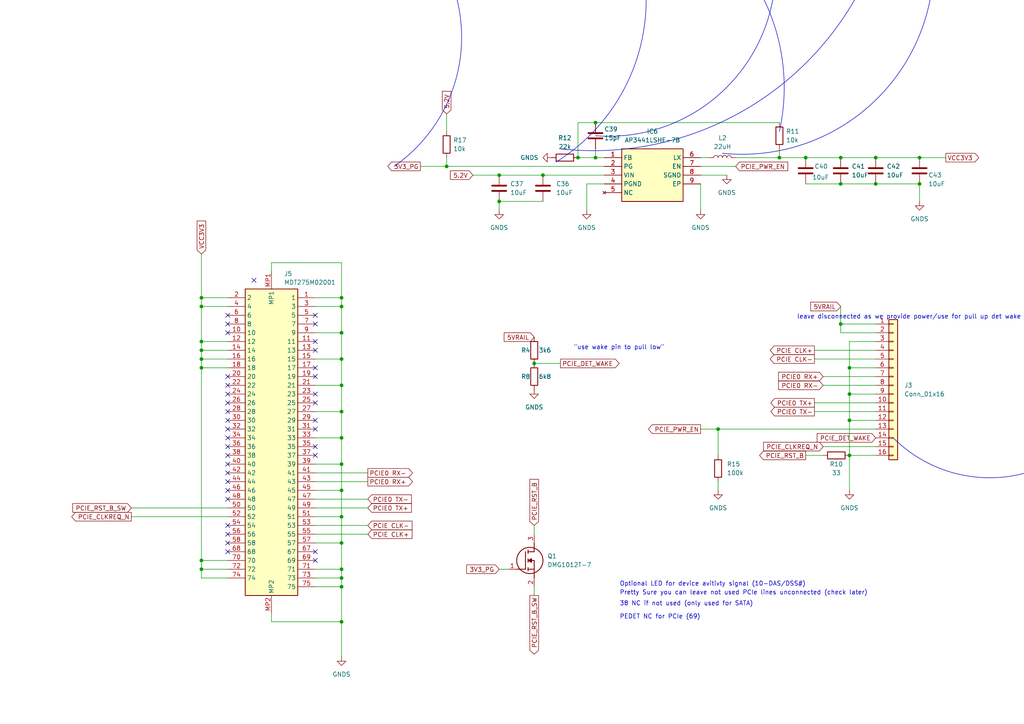
<source format=kicad_sch>
(kicad_sch (version 20230121) (generator eeschema)
  (paper "A4")
  (lib_symbols
    (symbol "Connector:MDT275M02001"
      (property "Reference" "J" (at 95.25 12.7 0))
      (property "Value" "MDT275M02001" (at 95.25 10.16 0))
      (symbol "MDT275M02001_1_1"
        (rectangle (start 5.08 7.62) (end 93.98 -7.62) (stroke (width 0.254)) (fill (type background)))
        (pin passive line (at 7.62 12.7 270) (length 5.08) (name "1") (number "1"))
        (pin passive line (at 17.78 -12.7 90) (length 5.08) (name "10") (number "10"))
        (pin passive line (at 20.32 12.7 270) (length 5.08) (name "11") (number "11"))
        (pin passive line (at 20.32 -12.7 90) (length 5.08) (name "12") (number "12"))
        (pin passive line (at 22.86 12.7 270) (length 5.08) (name "13") (number "13"))
        (pin passive line (at 22.86 -12.7 90) (length 5.08) (name "14") (number "14"))
        (pin passive line (at 25.4 12.7 270) (length 5.08) (name "15") (number "15"))
        (pin passive line (at 25.4 -12.7 90) (length 5.08) (name "16") (number "16"))
        (pin passive line (at 27.94 12.7 270) (length 5.08) (name "17") (number "17"))
        (pin passive line (at 27.94 -12.7 90) (length 5.08) (name "18") (number "18"))
        (pin passive line (at 30.48 12.7 270) (length 5.08) (name "19") (number "19"))
        (pin passive line (at 7.62 -12.7 90) (length 5.08) (name "2") (number "2"))
        (pin passive line (at 30.48 -12.7 90) (length 5.08) (name "20") (number "20"))
        (pin passive line (at 33.02 12.7 270) (length 5.08) (name "21") (number "21"))
        (pin passive line (at 33.02 -12.7 90) (length 5.08) (name "22") (number "22"))
        (pin passive line (at 35.56 12.7 270) (length 5.08) (name "23") (number "23"))
        (pin passive line (at 35.56 -12.7 90) (length 5.08) (name "24") (number "24"))
        (pin passive line (at 38.1 12.7 270) (length 5.08) (name "25") (number "25"))
        (pin passive line (at 38.1 -12.7 90) (length 5.08) (name "26") (number "26"))
        (pin passive line (at 40.64 12.7 270) (length 5.08) (name "27") (number "27"))
        (pin passive line (at 40.64 -12.7 90) (length 5.08) (name "28") (number "28"))
        (pin passive line (at 43.18 12.7 270) (length 5.08) (name "29") (number "29"))
        (pin passive line (at 10.16 12.7 270) (length 5.08) (name "3") (number "3"))
        (pin passive line (at 43.18 -12.7 90) (length 5.08) (name "30") (number "30"))
        (pin passive line (at 45.72 12.7 270) (length 5.08) (name "31") (number "31"))
        (pin passive line (at 45.72 -12.7 90) (length 5.08) (name "32") (number "32"))
        (pin passive line (at 48.26 12.7 270) (length 5.08) (name "33") (number "33"))
        (pin passive line (at 48.26 -12.7 90) (length 5.08) (name "34") (number "34"))
        (pin passive line (at 50.8 12.7 270) (length 5.08) (name "35") (number "35"))
        (pin passive line (at 50.8 -12.7 90) (length 5.08) (name "36") (number "36"))
        (pin passive line (at 53.34 12.7 270) (length 5.08) (name "37") (number "37"))
        (pin passive line (at 53.34 -12.7 90) (length 5.08) (name "38") (number "38"))
        (pin passive line (at 55.88 12.7 270) (length 5.08) (name "39") (number "39"))
        (pin passive line (at 10.16 -12.7 90) (length 5.08) (name "4") (number "4"))
        (pin passive line (at 55.88 -12.7 90) (length 5.08) (name "40") (number "40"))
        (pin passive line (at 58.42 12.7 270) (length 5.08) (name "41") (number "41"))
        (pin passive line (at 58.42 -12.7 90) (length 5.08) (name "42") (number "42"))
        (pin passive line (at 60.96 12.7 270) (length 5.08) (name "43") (number "43"))
        (pin passive line (at 60.96 -12.7 90) (length 5.08) (name "44") (number "44"))
        (pin passive line (at 63.5 12.7 270) (length 5.08) (name "45") (number "45"))
        (pin passive line (at 63.5 -12.7 90) (length 5.08) (name "46") (number "46"))
        (pin passive line (at 66.04 12.7 270) (length 5.08) (name "47") (number "47"))
        (pin passive line (at 66.04 -12.7 90) (length 5.08) (name "48") (number "48"))
        (pin passive line (at 68.58 12.7 270) (length 5.08) (name "49") (number "49"))
        (pin passive line (at 12.7 12.7 270) (length 5.08) (name "5") (number "5"))
        (pin passive line (at 68.58 -12.7 90) (length 5.08) (name "50") (number "50"))
        (pin passive line (at 71.12 12.7 270) (length 5.08) (name "51") (number "51"))
        (pin passive line (at 71.12 -12.7 90) (length 5.08) (name "52") (number "52"))
        (pin passive line (at 73.66 12.7 270) (length 5.08) (name "53") (number "53"))
        (pin passive line (at 73.66 -12.7 90) (length 5.08) (name "54") (number "54"))
        (pin passive line (at 76.2 12.7 270) (length 5.08) (name "55") (number "55"))
        (pin passive line (at 76.2 -12.7 90) (length 5.08) (name "56") (number "56"))
        (pin passive line (at 78.74 12.7 270) (length 5.08) (name "57") (number "57"))
        (pin passive line (at 78.74 -12.7 90) (length 5.08) (name "58") (number "58"))
        (pin passive line (at 12.7 -12.7 90) (length 5.08) (name "6") (number "6"))
        (pin passive line (at 81.28 12.7 270) (length 5.08) (name "67") (number "67"))
        (pin passive line (at 81.28 -12.7 90) (length 5.08) (name "68") (number "68"))
        (pin passive line (at 83.82 12.7 270) (length 5.08) (name "69") (number "69"))
        (pin passive line (at 15.24 12.7 270) (length 5.08) (name "7") (number "7"))
        (pin passive line (at 83.82 -12.7 90) (length 5.08) (name "70") (number "70"))
        (pin passive line (at 86.36 12.7 270) (length 5.08) (name "71") (number "71"))
        (pin passive line (at 86.36 -12.7 90) (length 5.08) (name "72") (number "72"))
        (pin passive line (at 88.9 12.7 270) (length 5.08) (name "73") (number "73"))
        (pin passive line (at 88.9 -12.7 90) (length 5.08) (name "74") (number "74"))
        (pin passive line (at 91.44 12.7 270) (length 5.08) (name "75") (number "75"))
        (pin passive line (at 15.24 -12.7 90) (length 5.08) (name "8") (number "8"))
        (pin passive line (at 17.78 12.7 270) (length 5.08) (name "9") (number "9"))
        (pin passive line (at 0 0 0) (length 5.08) (name "MP1") (number "MP1"))
        (pin passive line (at 99.06 0 180) (length 5.08) (name "MP2") (number "MP2"))
      )
    )
    (symbol "Connector_Generic:Conn_01x16" (pin_names (offset 1.016) hide)
      (property "Reference" "J" (at 0 20.32 0))
      (property "Value" "Conn_01x16" (at 0 -22.86 0))
      (symbol "Conn_01x16_1_1"
        (rectangle (start -1.27 -20.193) (end 0 -20.447) (stroke (width 0.1524)))
        (rectangle (start -1.27 -17.653) (end 0 -17.907) (stroke (width 0.1524)))
        (rectangle (start -1.27 -15.113) (end 0 -15.367) (stroke (width 0.1524)))
        (rectangle (start -1.27 -12.573) (end 0 -12.827) (stroke (width 0.1524)))
        (rectangle (start -1.27 -10.033) (end 0 -10.287) (stroke (width 0.1524)))
        (rectangle (start -1.27 -7.493) (end 0 -7.747) (stroke (width 0.1524)))
        (rectangle (start -1.27 -4.953) (end 0 -5.207) (stroke (width 0.1524)))
        (rectangle (start -1.27 -2.413) (end 0 -2.667) (stroke (width 0.1524)))
        (rectangle (start -1.27 0.127) (end 0 -0.127) (stroke (width 0.1524)))
        (rectangle (start -1.27 2.667) (end 0 2.413) (stroke (width 0.1524)))
        (rectangle (start -1.27 5.207) (end 0 4.953) (stroke (width 0.1524)))
        (rectangle (start -1.27 7.747) (end 0 7.493) (stroke (width 0.1524)))
        (rectangle (start -1.27 10.287) (end 0 10.033) (stroke (width 0.1524)))
        (rectangle (start -1.27 12.827) (end 0 12.573) (stroke (width 0.1524)))
        (rectangle (start -1.27 15.367) (end 0 15.113) (stroke (width 0.1524)))
        (rectangle (start -1.27 17.907) (end 0 17.653) (stroke (width 0.1524)))
        (rectangle (start -1.27 19.05) (end 1.27 -21.59) (stroke (width 0.254)) (fill (type background)))
        (pin passive line (at -5.08 17.78 0) (length 3.81) (name "Pin_1") (number "1"))
        (pin passive line (at -5.08 -5.08 0) (length 3.81) (name "Pin_10") (number "10"))
        (pin passive line (at -5.08 -7.62 0) (length 3.81) (name "Pin_11") (number "11"))
        (pin passive line (at -5.08 -10.16 0) (length 3.81) (name "Pin_12") (number "12"))
        (pin passive line (at -5.08 -12.7 0) (length 3.81) (name "Pin_13") (number "13"))
        (pin passive line (at -5.08 -15.24 0) (length 3.81) (name "Pin_14") (number "14"))
        (pin passive line (at -5.08 -17.78 0) (length 3.81) (name "Pin_15") (number "15"))
        (pin passive line (at -5.08 -20.32 0) (length 3.81) (name "Pin_16") (number "16"))
        (pin passive line (at -5.08 15.24 0) (length 3.81) (name "Pin_2") (number "2"))
        (pin passive line (at -5.08 12.7 0) (length 3.81) (name "Pin_3") (number "3"))
        (pin passive line (at -5.08 10.16 0) (length 3.81) (name "Pin_4") (number "4"))
        (pin passive line (at -5.08 7.62 0) (length 3.81) (name "Pin_5") (number "5"))
        (pin passive line (at -5.08 5.08 0) (length 3.81) (name "Pin_6") (number "6"))
        (pin passive line (at -5.08 2.54 0) (length 3.81) (name "Pin_7") (number "7"))
        (pin passive line (at -5.08 0 0) (length 3.81) (name "Pin_8") (number "8"))
        (pin passive line (at -5.08 -2.54 0) (length 3.81) (name "Pin_9") (number "9"))
      )
    )
    (symbol "Converter_DCDC:AP3441LSHE-7B"
      (property "Reference" "IC" (at 24.13 7.62 0))
      (property "Value" "AP3441LSHE-7B" (at 24.13 5.08 0))
      (symbol "AP3441LSHE-7B_1_1"
        (rectangle (start 5.08 2.54) (end 22.86 -12.7) (stroke (width 0.254)) (fill (type background)))
        (pin passive line (at 0 0 0) (length 5.08) (name "FB") (number "1"))
        (pin passive line (at 0 -2.54 0) (length 5.08) (name "PG") (number "2"))
        (pin passive line (at 0 -5.08 0) (length 5.08) (name "VIN") (number "3"))
        (pin passive line (at 0 -7.62 0) (length 5.08) (name "PGND") (number "4"))
        (pin no_connect line (at 0 -10.16 0) (length 5.08) (name "NC") (number "5"))
        (pin passive line (at 27.94 0 180) (length 5.08) (name "LX") (number "6"))
        (pin passive line (at 27.94 -2.54 180) (length 5.08) (name "EN") (number "7"))
        (pin passive line (at 27.94 -5.08 180) (length 5.08) (name "SGND") (number "8"))
        (pin passive line (at 27.94 -7.62 180) (length 5.08) (name "EP") (number "9"))
      )
    )
    (symbol "Device:C" (pin_numbers hide) (pin_names (offset 0.254))
      (property "Reference" "C" (at 0.635 2.54 0))
      (property "Value" "C" (at 0.635 -2.54 0))
      (symbol "C_0_1"
        (polyline (pts (xy -2.032 -0.762) (xy 2.032 -0.762)) (stroke (width 0.508)))
        (polyline (pts (xy -2.032 0.762) (xy 2.032 0.762)) (stroke (width 0.508)))
      )
      (symbol "C_1_1"
        (pin passive line (at 0 3.81 270) (length 2.794) (name "~") (number "1"))
        (pin passive line (at 0 -3.81 90) (length 2.794) (name "~") (number "2"))
      )
    )
    (symbol "Device:L" (pin_numbers hide) (pin_names (offset 1.016) hide)
      (property "Reference" "L" (at -1.27 0 90))
      (property "Value" "L" (at 1.905 0 90))
      (symbol "L_0_1"
        (arc (start 0 -2.54) (mid 0.6323 -1.905) (end 0 -1.27))
        (arc (start 0 -1.27) (mid 0.6323 -0.635) (end 0 0))
        (arc (start 0 0) (mid 0.6323 0.635) (end 0 1.27))
        (arc (start 0 1.27) (mid 0.6323 1.905) (end 0 2.54))
      )
      (symbol "L_1_1"
        (pin passive line (at 0 3.81 270) (length 1.27) (name "1") (number "1"))
        (pin passive line (at 0 -3.81 90) (length 1.27) (name "2") (number "2"))
      )
    )
    (symbol "Device:R" (pin_numbers hide) (pin_names (offset 0))
      (property "Reference" "R" (at 2.032 0 90))
      (property "Value" "R" (at 0 0 90))
      (symbol "R_0_1"
        (rectangle (start -1.016 -2.54) (end 1.016 2.54) (stroke (width 0.254)))
      )
      (symbol "R_1_1"
        (pin passive line (at 0 3.81 270) (length 1.27) (name "~") (number "1"))
        (pin passive line (at 0 -3.81 90) (length 1.27) (name "~") (number "2"))
      )
    )
    (symbol "Diode:DMG1012T-7" (pin_names hide)
      (property "Reference" "Q" (at 11.43 3.81 0))
      (property "Value" "DMG1012T-7" (at 11.43 1.27 0))
      (symbol "DMG1012T-7_1_1"
        (polyline (pts (xy 2.54 0) (xy 5.08 0)) (stroke (width 0.254)))
        (polyline (pts (xy 5.08 5.08) (xy 5.08 0)) (stroke (width 0.254)))
        (polyline (pts (xy 5.842 -0.508) (xy 5.842 0.508)) (stroke (width 0.254)))
        (polyline (pts (xy 5.842 0) (xy 7.62 0)) (stroke (width 0.254)))
        (polyline (pts (xy 5.842 2.032) (xy 5.842 3.048)) (stroke (width 0.254)))
        (polyline (pts (xy 5.842 5.588) (xy 5.842 4.572)) (stroke (width 0.254)))
        (polyline (pts (xy 7.62 2.54) (xy 5.842 2.54)) (stroke (width 0.254)))
        (polyline (pts (xy 7.62 2.54) (xy 7.62 -2.54)) (stroke (width 0.254)))
        (polyline (pts (xy 7.62 5.08) (xy 5.842 5.08)) (stroke (width 0.254)))
        (polyline (pts (xy 7.62 5.08) (xy 7.62 7.62)) (stroke (width 0.254)))
        (polyline (pts (xy 5.842 2.54) (xy 6.858 3.048) (xy 6.858 2.032) (xy 5.842 2.54)) (stroke (width 0.254)) (fill (type outline)))
        (circle (center 6.35 2.54) (radius 3.81) (stroke (width 0.254)))
        (pin passive line (at 0 0 0) (length 2.54) (name "G") (number "1"))
        (pin passive line (at 7.62 -5.08 90) (length 2.54) (name "S") (number "2"))
        (pin passive line (at 7.62 10.16 270) (length 2.54) (name "D") (number "3"))
      )
    )
    (symbol "R_1" (pin_numbers hide) (pin_names (offset 0))
      (property "Reference" "R" (at 2.032 0 90))
      (property "Value" "R" (at 0 0 90))
      (symbol "R_1_0_1"
        (rectangle (start -1.016 -2.54) (end 1.016 2.54) (stroke (width 0.254)))
      )
      (symbol "R_1_1_1"
        (pin passive line (at 0 3.81 270) (length 1.27) (name "~") (number "1"))
        (pin passive line (at 0 -3.81 90) (length 1.27) (name "~") (number "2"))
      )
    )
    (symbol "power:GNDS" (power) (pin_names (offset 0))
      (property "Value" "GNDS" (at 0 -3.81 0))
      (symbol "GNDS_0_1"
        (polyline (pts (xy 0 0) (xy 0 -1.27) (xy 1.27 -1.27) (xy 0 -2.54) (xy -1.27 -1.27) (xy 0 -1.27)))
      )
      (symbol "GNDS_1_1"
        (pin power_in line (at 0 0 270) (length 0) hide (name "GNDS") (number "1"))
      )
    )
  )
  (junction (at 99.06 86.36))
  (junction (at 99.06 127))
  (junction (at 246.38 106.68))
  (junction (at 226.06 45.72))
  (junction (at 254 45.72))
  (junction (at 99.06 180.34))
  (junction (at 99.06 119.38))
  (junction (at 243.84 53.34))
  (junction (at 58.42 101.6))
  (junction (at 58.42 162.56))
  (junction (at 243.84 93.98))
  (junction (at 58.42 106.68))
  (junction (at 246.38 121.92))
  (junction (at 99.06 170.18))
  (junction (at 144.78 58.42))
  (junction (at 99.06 134.62))
  (junction (at 154.94 105.41))
  (junction (at 99.06 167.64))
  (junction (at 243.84 45.72))
  (junction (at 99.06 111.76))
  (junction (at 58.42 104.14))
  (junction (at 167.64 45.72))
  (junction (at 58.42 165.1))
  (junction (at 58.42 86.36))
  (junction (at 233.68 45.72))
  (junction (at 58.42 88.9))
  (junction (at 99.06 149.86))
  (junction (at 266.7 53.34))
  (junction (at 157.48 50.8))
  (junction (at 246.38 114.3))
  (junction (at 172.72 45.72))
  (junction (at 172.72 35.56))
  (junction (at 99.06 142.24))
  (junction (at 208.28 124.46))
  (junction (at 144.78 50.8))
  (junction (at 266.7 45.72))
  (junction (at 246.38 132.08))
  (junction (at 58.42 99.06))
  (junction (at 99.06 96.52))
  (junction (at 99.06 104.14))
  (junction (at 99.06 165.1))
  (junction (at 254 53.34))
  (junction (at 99.06 157.48))
  (junction (at 99.06 88.9))
  (junction (at 129.54 48.26))
  (no_connect (at 91.44 99.06))
  (no_connect (at 66.04 121.92))
  (no_connect (at 66.04 152.4))
  (no_connect (at 66.04 142.24))
  (no_connect (at 66.04 127))
  (no_connect (at 91.44 162.56))
  (no_connect (at 91.44 91.44))
  (no_connect (at 91.44 116.84))
  (no_connect (at 66.04 124.46))
  (no_connect (at 66.04 134.62))
  (no_connect (at 66.04 111.76))
  (no_connect (at 91.44 129.54))
  (no_connect (at 91.44 106.68))
  (no_connect (at 66.04 144.78))
  (no_connect (at 91.44 93.98))
  (no_connect (at 66.04 132.08))
  (no_connect (at 66.04 93.98))
  (no_connect (at 91.44 109.22))
  (no_connect (at 66.04 116.84))
  (no_connect (at 66.04 129.54))
  (no_connect (at 91.44 132.08))
  (no_connect (at 91.44 114.3))
  (no_connect (at 91.44 160.02))
  (no_connect (at 91.44 101.6))
  (no_connect (at 66.04 157.48))
  (no_connect (at 91.44 124.46))
  (no_connect (at 66.04 109.22))
  (no_connect (at 66.04 119.38))
  (no_connect (at 66.04 154.94))
  (no_connect (at 66.04 96.52))
  (no_connect (at 66.04 137.16))
  (no_connect (at 66.04 91.44))
  (no_connect (at 66.04 160.02))
  (no_connect (at 73.66 81.28))
  (no_connect (at 66.04 114.3))
  (no_connect (at 91.44 121.92))
  (no_connect (at 66.04 139.7))
  (wire (pts (xy 246.38 99.06) (xy 254 99.06)))
  (wire (pts (xy 99.06 180.34) (xy 99.06 190.5)))
  (wire (pts (xy 78.74 78.74) (xy 78.74 76.2)))
  (wire (pts (xy 226.06 45.72) (xy 233.68 45.72)))
  (wire (pts (xy 91.44 167.64) (xy 99.06 167.64)))
  (wire (pts (xy 170.18 53.34) (xy 175.26 53.34)))
  (wire (pts (xy 58.42 165.1) (xy 58.42 167.64)))
  (wire (pts (xy 58.42 101.6) (xy 66.04 101.6)))
  (wire (pts (xy 238.76 111.76) (xy 254 111.76)))
  (wire (pts (xy 99.06 76.2) (xy 99.06 86.36)))
  (wire (pts (xy 91.44 170.18) (xy 99.06 170.18)))
  (wire (pts (xy 99.06 88.9) (xy 91.44 88.9)))
  (wire (pts (xy 58.42 99.06) (xy 58.42 101.6)))
  (wire (pts (xy 213.36 45.72) (xy 226.06 45.72)))
  (wire (pts (xy 246.38 121.92) (xy 246.38 132.08)))
  (wire (pts (xy 99.06 142.24) (xy 91.44 142.24)))
  (wire (pts (xy 144.78 50.8) (xy 157.48 50.8)))
  (wire (pts (xy 154.94 170.18) (xy 154.94 172.72)))
  (wire (pts (xy 99.06 96.52) (xy 91.44 96.52)))
  (wire (pts (xy 246.38 132.08) (xy 254 132.08)))
  (wire (pts (xy 78.74 177.8) (xy 78.74 180.34)))
  (wire (pts (xy 66.04 86.36) (xy 58.42 86.36)))
  (wire (pts (xy 154.94 152.4) (xy 154.94 154.94)))
  (wire (pts (xy 233.68 53.34) (xy 243.84 53.34)))
  (wire (pts (xy 58.42 88.9) (xy 58.42 99.06)))
  (wire (pts (xy 99.06 127) (xy 91.44 127)))
  (wire (pts (xy 236.22 101.6) (xy 254 101.6)))
  (wire (pts (xy 246.38 121.92) (xy 254 121.92)))
  (wire (pts (xy 254 96.52) (xy 243.84 96.52)))
  (wire (pts (xy 78.74 76.2) (xy 99.06 76.2)))
  (wire (pts (xy 99.06 170.18) (xy 99.06 180.34)))
  (wire (pts (xy 203.2 53.34) (xy 203.2 60.96)))
  (wire (pts (xy 99.06 119.38) (xy 91.44 119.38)))
  (wire (pts (xy 99.06 88.9) (xy 99.06 96.52)))
  (wire (pts (xy 91.44 165.1) (xy 99.06 165.1)))
  (wire (pts (xy 203.2 50.8) (xy 210.82 50.8)))
  (wire (pts (xy 121.92 48.26) (xy 129.54 48.26)))
  (wire (pts (xy 246.38 132.08) (xy 246.38 142.24)))
  (wire (pts (xy 226.06 35.56) (xy 172.72 35.56)))
  (wire (pts (xy 208.28 124.46) (xy 254 124.46)))
  (wire (pts (xy 236.22 116.84) (xy 254 116.84)))
  (wire (pts (xy 99.06 119.38) (xy 99.06 127)))
  (wire (pts (xy 144.78 58.42) (xy 144.78 60.96)))
  (wire (pts (xy 99.06 157.48) (xy 99.06 165.1)))
  (wire (pts (xy 144.78 58.42) (xy 157.48 58.42)))
  (wire (pts (xy 99.06 149.86) (xy 99.06 157.48)))
  (wire (pts (xy 172.72 45.72) (xy 175.26 45.72)))
  (wire (pts (xy 91.44 104.14) (xy 99.06 104.14)))
  (wire (pts (xy 99.06 167.64) (xy 99.06 170.18)))
  (wire (pts (xy 99.06 165.1) (xy 99.06 167.64)))
  (wire (pts (xy 99.06 86.36) (xy 99.06 88.9)))
  (wire (pts (xy 172.72 43.18) (xy 172.72 45.72)))
  (wire (pts (xy 203.2 124.46) (xy 208.28 124.46)))
  (wire (pts (xy 243.84 96.52) (xy 243.84 93.98)))
  (wire (pts (xy 58.42 101.6) (xy 58.42 104.14)))
  (wire (pts (xy 99.06 142.24) (xy 99.06 149.86)))
  (wire (pts (xy 203.2 48.26) (xy 213.36 48.26)))
  (wire (pts (xy 99.06 134.62) (xy 99.06 142.24)))
  (wire (pts (xy 58.42 167.64) (xy 66.04 167.64)))
  (wire (pts (xy 170.18 53.34) (xy 170.18 60.96)))
  (wire (pts (xy 167.64 35.56) (xy 167.64 45.72)))
  (wire (pts (xy 172.72 35.56) (xy 167.64 35.56)))
  (wire (pts (xy 274.32 45.72) (xy 266.7 45.72)))
  (wire (pts (xy 266.7 58.42) (xy 266.7 53.34)))
  (wire (pts (xy 243.84 88.9) (xy 243.84 93.98)))
  (wire (pts (xy 78.74 180.34) (xy 99.06 180.34)))
  (wire (pts (xy 66.04 147.32) (xy 38.1 147.32)))
  (wire (pts (xy 175.26 50.8) (xy 157.48 50.8)))
  (wire (pts (xy 58.42 88.9) (xy 66.04 88.9)))
  (wire (pts (xy 58.42 104.14) (xy 58.42 106.68)))
  (wire (pts (xy 226.06 43.18) (xy 226.06 45.72)))
  (wire (pts (xy 246.38 106.68) (xy 246.38 114.3)))
  (wire (pts (xy 243.84 53.34) (xy 254 53.34)))
  (wire (pts (xy 58.42 162.56) (xy 58.42 165.1)))
  (wire (pts (xy 91.44 144.78) (xy 106.68 144.78)))
  (wire (pts (xy 254 53.34) (xy 266.7 53.34)))
  (wire (pts (xy 58.42 106.68) (xy 58.42 162.56)))
  (wire (pts (xy 58.42 73.66) (xy 58.42 86.36)))
  (wire (pts (xy 66.04 165.1) (xy 58.42 165.1)))
  (wire (pts (xy 233.68 45.72) (xy 243.84 45.72)))
  (wire (pts (xy 208.28 139.7) (xy 208.28 142.24)))
  (wire (pts (xy 246.38 106.68) (xy 254 106.68)))
  (wire (pts (xy 99.06 127) (xy 99.06 134.62)))
  (wire (pts (xy 246.38 114.3) (xy 254 114.3)))
  (wire (pts (xy 246.38 114.3) (xy 246.38 121.92)))
  (wire (pts (xy 38.1 149.86) (xy 66.04 149.86)))
  (wire (pts (xy 129.54 33.02) (xy 129.54 38.1)))
  (wire (pts (xy 238.76 129.54) (xy 254 129.54)))
  (wire (pts (xy 99.06 111.76) (xy 91.44 111.76)))
  (wire (pts (xy 233.68 132.08) (xy 238.76 132.08)))
  (wire (pts (xy 91.44 147.32) (xy 106.68 147.32)))
  (wire (pts (xy 167.64 45.72) (xy 172.72 45.72)))
  (wire (pts (xy 91.44 149.86) (xy 99.06 149.86)))
  (wire (pts (xy 91.44 154.94) (xy 106.68 154.94)))
  (wire (pts (xy 91.44 137.16) (xy 106.68 137.16)))
  (wire (pts (xy 129.54 48.26) (xy 175.26 48.26)))
  (wire (pts (xy 58.42 99.06) (xy 66.04 99.06)))
  (wire (pts (xy 66.04 104.14) (xy 58.42 104.14)))
  (wire (pts (xy 254 109.22) (xy 238.76 109.22)))
  (wire (pts (xy 144.78 165.1) (xy 147.32 165.1)))
  (wire (pts (xy 208.28 124.46) (xy 208.28 132.08)))
  (wire (pts (xy 99.06 96.52) (xy 99.06 104.14)))
  (wire (pts (xy 246.38 99.06) (xy 246.38 106.68)))
  (wire (pts (xy 137.16 50.8) (xy 144.78 50.8)))
  (wire (pts (xy 91.44 152.4) (xy 106.68 152.4)))
  (wire (pts (xy 236.22 119.38) (xy 254 119.38)))
  (wire (pts (xy 154.94 105.41) (xy 162.56 105.41)))
  (wire (pts (xy 254 45.72) (xy 266.7 45.72)))
  (wire (pts (xy 129.54 45.72) (xy 129.54 48.26)))
  (wire (pts (xy 99.06 104.14) (xy 99.06 111.76)))
  (wire (pts (xy 99.06 157.48) (xy 91.44 157.48)))
  (wire (pts (xy 236.22 104.14) (xy 254 104.14)))
  (wire (pts (xy 99.06 86.36) (xy 91.44 86.36)))
  (wire (pts (xy 58.42 106.68) (xy 66.04 106.68)))
  (wire (pts (xy 243.84 93.98) (xy 254 93.98)))
  (wire (pts (xy 203.2 45.72) (xy 205.74 45.72)))
  (wire (pts (xy 58.42 86.36) (xy 58.42 88.9)))
  (wire (pts (xy 99.06 134.62) (xy 91.44 134.62)))
  (wire (pts (xy 66.04 162.56) (xy 58.42 162.56)))
  (wire (pts (xy 243.84 45.72) (xy 254 45.72)))
  (wire (pts (xy 91.44 139.7) (xy 106.68 139.7)))
  (wire (pts (xy 99.06 111.76) (xy 99.06 119.38)))
  (arc (start 179.07 -29.21) (mid 185.9615 12.5724) (end 161.29 46.99))
  (arc (start 270.51 -5.08) (mid 250.288 32.3102) (end 209.55 44.45))
  (arc (start 314.96 127) (mid 287.02 138.5731) (end 259.08 127))
  (arc (start 125.73 -15.24) (mid 133.1663 18.8772) (end 114.3 48.26))
  (arc (start 181.61 -31.75) (mid 218.3014 -6.0309) (end 226.06 38.1))
  (arc (start 224.79 -5.08) (mid 207.9609 27.9291) (end 172.72 39.37))
  (arc (start 259.08 -34.29) (mid 226.8646 24.4349) (end 162.56 43.18))
  (text "probably at least isolate this ground or at best imagine\ncurrent return paths for the impedance matched signals" (at -161.29 288.29 0) (effects (font (size 1.27 1.27)) (justify left bottom)))
  (text "probably need to drive this low with pull down so we dont\nfloat the sleep pin" (at -167.005 127 0) (effects (font (size 1.27 1.27)) (justify left bottom)))
  (text "i would add a jumper or cut trace for connecting this high/low\nor even a switch because it looks like rpi5 never has sleep implementation\nand the pcie card wont be able to even go to sleep so it doesnt\nneed to wake up but not certain on this" (at -174.625 208.915 0) (effects (font (size 1.27 1.27)) (justify left bottom)))
  (text "could use smaller resistance to reduce ripple?" (at 265.43 -33.02 0) (effects (font (size 1.27 1.27)) (justify left bottom)))
  (text "https://w.electrodragon.com/w/M.2_Pins" (at -167.005 130.81 0) (effects (font (size 1.27 1.27)) (justify left bottom)))
  (text "math is not right, should use r11 450k r12 100k" (at 261.62 -35.56 0) (effects (font (size 1.27 1.27)) (justify left bottom)))
  (text "your power tag names are all over the place, make sure\nto connect what needs to be connected depending on where things are." (at -158.115 272.415 0) (effects (font (size 1.27 1.27)) (justify left bottom)))
  (text "PEDET NC for PCIe (69)" (at 179.705 179.705 0) (effects (font (size 1.27 1.27)) (justify left bottom)))
  (text "think about some 10uFs in parallel just for more power, \nik time constant makes it suck but you can just locate \nthem further away, closer to the converter side, just\n make sure we have enough charge in order to dump while\nreading/writing" (at -170.18 160.655 0) (effects (font (size 1.27 1.27)) (justify left bottom)))
  (text "need to use much larger resistors ~ 100-300k" (at 186.69 -33.02 0) (effects (font (size 1.27 1.27)) (justify left bottom)))
  (text "leave disconnected as we provide power/use for pull up det wake\n" (at 231.14 92.71 0) (effects (font (size 1.27 1.27)) (justify left bottom)))
  (text "need det wake pulled high to probe pcie bus" (at 313.69 128.27 0) (effects (font (size 1.27 1.27)) (justify left bottom)))
  (text "https://pinoutguide.com/HD/M.2_NGFF_connector_pinout.shtml" (at -173.355 189.865 0) (effects (font (size 1.27 1.27)) (justify left bottom)))
  (text "Pretty Sure you can leave not used PCIe lines unconnected (check later)" (at 179.705 172.72 0) (effects (font (size 1.27 1.27)) (justify left bottom)))
  (text "per pcie specification it looks like you may need to pull this \nhigh on platform side, and assert it high as a hat to the raspberry pi to \nmaintain power state" (at -172.085 173.355 0) (effects (font (size 1.27 1.27)) (justify left bottom)))
  (text "may need some 100nF caps just for transients" (at -163.83 144.145 0) (effects (font (size 1.27 1.27)) (justify left bottom)))
  (text "should be 2.2 uH" (at 273.05 -5.08 0) (effects (font (size 1.27 1.27)) (justify left bottom)))
  (text "https://datasheets.raspberrypi.com/pcie/pcie-connector-standard.pdf" (at -175.895 220.345 0) (effects (font (size 1.27 1.27)) (justify left bottom)))
  (text "https://adaptivesupport.amd.com/s/question/0D52E00006hpaAbSAI/pci-express-wake-and-perst?language=en_US" (at -174.625 196.215 0) (effects (font (size 1.27 1.27)) (justify left bottom)))
  (text "this is definitely 5v not 3v3" (at 127 -16.51 0) (effects (font (size 1.27 1.27)) (justify left bottom)))
  (text "importantly !!!! THIS SHOULD NOT be connected to det wake on raspberry pi" (at -174.625 182.245 0) (effects (font (size 1.27 1.27)) (justify left bottom)))
  (text "i dont think you should connect the pcie det wake to the m-slot, but follow\nthe hat specification and add a voltage divider or pull up " (at -160.02 256.54 0) (effects (font (size 1.27 1.27)) (justify left bottom)))
  (text "https://forums.raspberrypi.com/viewtopic.php?t=312052" (at -168.275 243.84 0) (effects (font (size 1.27 1.27)) (justify left bottom)))
  (text "\"use wake pin to pull low\"" (at 166.37 101.6 0) (effects (font (size 1.27 1.27)) (justify left bottom)))
  (text "38 NC if not used (only used for SATA)" (at 179.705 175.895 0) (effects (font (size 1.27 1.27)) (justify left bottom)))
  (text "the pogo is going to be a just worse supply versus\nthe 5.2 you have on board, if anything,\nyou should be using the pogo pin to supply the raspberry pi,\nor perhaps even solder that connection so it doesnt do anything\nunexpected during operating" (at -151.765 309.245 0) (effects (font (size 1.27 1.27)) (justify left bottom)))
  (text "capacitor before resistor" (at 226.06 -5.08 0) (effects (font (size 1.27 1.27)) (justify left bottom)))
  (text "Optional LED for device avitivty signal (10-DAS/DSS#)" (at 179.705 170.18 0) (effects (font (size 1.27 1.27)) (justify left bottom)))
  (text "https://forums.raspberrypi.com/viewtopic.php?t=295846" (at -174.625 233.045 0) (effects (font (size 1.27 1.27)) (justify left bottom)))
  (text "i dont see the wakeup pin being implemented on some designs\ncan we continuity check this on the board we have?" (at -170.18 137.795 0) (effects (font (size 1.27 1.27)) (justify left bottom)))
  (global_label "PCIE_PWR_EN" (shape output) (at 203.2 124.46 180) (property "Intersheetrefs" "${INTERSHEET_REFS}" (effects hide)))
  (global_label "PCIE_DET_WAKE" (shape input) (at 254 127 180) (property "Intersheetrefs" "${INTERSHEET_REFS}" (effects hide)))
  (global_label "VCC3V3" (shape input) (at 58.42 73.66 90) (property "Intersheetrefs" "${INTERSHEET_REFS}" (effects hide)))
  (global_label "PCIE_DET_WAKE" (shape output) (at 162.56 105.41 0) (property "Intersheetrefs" "${INTERSHEET_REFS}" (effects hide)))
  (global_label "VCC3V3" (shape output) (at 274.32 45.72 0) (property "Intersheetrefs" "${INTERSHEET_REFS}" (effects hide)))
  (global_label "PCIE CLK+" (shape output) (at 236.22 101.6 180) (property "Intersheetrefs" "${INTERSHEET_REFS}" (effects hide)))
  (global_label "PCIE0 RX-" (shape input) (at 238.76 111.76 180) (property "Intersheetrefs" "${INTERSHEET_REFS}" (effects hide)))
  (global_label "PCIE0 TX-" (shape output) (at 236.22 119.38 180) (property "Intersheetrefs" "${INTERSHEET_REFS}" (effects hide)))
  (global_label "PCIE CLK-" (shape output) (at 236.22 104.14 180) (property "Intersheetrefs" "${INTERSHEET_REFS}" (effects hide)))
  (global_label "5VRAIL" (shape input) (at 243.84 88.9 180) (property "Intersheetrefs" "${INTERSHEET_REFS}" (effects hide)))
  (global_label "PCIE_RST_B_SW" (shape output) (at 154.94 172.72 270) (property "Intersheetrefs" "${INTERSHEET_REFS}" (effects hide)))
  (global_label "PCIE0 RX+" (shape output) (at 106.68 139.7 0) (property "Intersheetrefs" "${INTERSHEET_REFS}" (effects hide)))
  (global_label "PCIE_PWR_EN" (shape input) (at 213.36 48.26 0) (property "Intersheetrefs" "${INTERSHEET_REFS}" (effects hide)))
  (global_label "3V3_PG" (shape input) (at 144.78 165.1 180) (property "Intersheetrefs" "${INTERSHEET_REFS}" (effects hide)))
  (global_label "PCIE0 TX+" (shape input) (at 106.68 147.32 0) (property "Intersheetrefs" "${INTERSHEET_REFS}" (effects hide)))
  (global_label "PCIE0 RX-" (shape output) (at 106.68 137.16 0) (property "Intersheetrefs" "${INTERSHEET_REFS}" (effects hide)))
  (global_label "PCIE_RST_B" (shape output) (at 233.68 132.08 180) (property "Intersheetrefs" "${INTERSHEET_REFS}" (effects hide)))
  (global_label "PCIE_CLKREQ_N" (shape input) (at 238.76 129.54 180) (property "Intersheetrefs" "${INTERSHEET_REFS}" (effects hide)))
  (global_label "5.2V" (shape input) (at 137.16 50.8 180) (property "Intersheetrefs" "${INTERSHEET_REFS}" (effects hide)))
  (global_label "PCIE CLK+" (shape input) (at 106.68 154.94 0) (property "Intersheetrefs" "${INTERSHEET_REFS}" (effects hide)))
  (global_label "PCIE_RST_B_SW" (shape input) (at 38.1 147.32 180) (property "Intersheetrefs" "${INTERSHEET_REFS}" (effects hide)))
  (global_label "5VRAIL" (shape input) (at 154.94 97.79 180) (property "Intersheetrefs" "${INTERSHEET_REFS}" (effects hide)))
  (global_label "PCIE_RST_B" (shape input) (at 154.94 152.4 90) (property "Intersheetrefs" "${INTERSHEET_REFS}" (effects hide)))
  (global_label "5.2V" (shape input) (at 129.54 33.02 90) (property "Intersheetrefs" "${INTERSHEET_REFS}" (effects hide)))
  (global_label "PCIE_CLKREQ_N" (shape output) (at 38.1 149.86 180) (property "Intersheetrefs" "${INTERSHEET_REFS}" (effects hide)))
  (global_label "PCIE0 TX-" (shape input) (at 106.68 144.78 0) (property "Intersheetrefs" "${INTERSHEET_REFS}" (effects hide)))
  (global_label "PCIE0 TX+" (shape output) (at 236.22 116.84 180) (property "Intersheetrefs" "${INTERSHEET_REFS}" (effects hide)))
  (global_label "PCIE0 RX+" (shape input) (at 238.76 109.22 180) (property "Intersheetrefs" "${INTERSHEET_REFS}" (effects hide)))
  (global_label "PCIE CLK-" (shape input) (at 106.68 152.4 0) (property "Intersheetrefs" "${INTERSHEET_REFS}" (effects hide)))
  (global_label "3V3_PG" (shape output) (at 121.92 48.26 180) (property "Intersheetrefs" "${INTERSHEET_REFS}" (effects hide)))
  (symbol (lib_id "Device:C") (at 233.68 49.53 0) (unit 1)
    (property "Reference" "C40" (at 236.22 48.26 0) (effects (justify left)))
    (property "Value" "10uF" (at 235.585 51.435 0) (effects (justify left)))
    (property "Footprint" "Capacitor_SMD:C_0402_1005Metric" (effects hide))
  )
  (symbol (lib_name "R_1") (lib_id "Device:R") (at 154.94 109.22 0) (unit 1)
    (property "Reference" "R8" (at 151.13 109.22 0) (effects (justify left)))
    (property "Value" "6k8" (at 156.21 109.22 0) (effects (justify left)))
    (property "Footprint" "Resistor_SMD:R_0402_1005Metric" (effects hide))
  )
  (symbol (lib_id "Device:C") (at 243.84 49.53 0) (unit 1)
    (property "Reference" "C41" (at 247.015 48.26 0) (effects (justify left)))
    (property "Value" "10uF" (at 247.015 50.8 0) (effects (justify left)))
    (property "Footprint" "Capacitor_SMD:C_0402_1005Metric" (effects hide))
  )
  (symbol (lib_id "power:GNDS") (at 144.78 60.96 0) (unit 1)
    (property "Reference" "#PWR070" (effects hide))
    (property "Value" "GNDS" (at 144.78 66.04 0))
  )
  (symbol (lib_id "Device:C") (at 266.7 49.53 0) (unit 1)
    (property "Reference" "C43" (at 269.24 50.8 0) (effects (justify left)))
    (property "Value" "10uF" (at 269.24 53.34 0) (effects (justify left)))
    (property "Footprint" "Capacitor_SMD:C_0402_1005Metric" (effects hide))
  )
  (symbol (lib_id "power:GNDS") (at 99.06 190.5 0) (unit 1)
    (property "Reference" "#PWR026" (effects hide))
    (property "Value" "GNDS" (at 99.06 195.58 0))
  )
  (symbol (lib_id "Device:C") (at 144.78 54.61 0) (unit 1)
    (property "Reference" "C37" (at 147.955 53.34 0) (effects (justify left)))
    (property "Value" "10uF" (at 147.955 55.88 0) (effects (justify left)))
    (property "Footprint" "Capacitor_SMD:C_0402_1005Metric" (effects hide))
  )
  (symbol (lib_id "power:GNDS") (at 203.2 60.96 0) (unit 1)
    (property "Reference" "#PWR054" (effects hide))
    (property "Value" "GNDS" (at 203.2 66.04 0))
  )
  (symbol (lib_id "Device:R") (at 226.06 39.37 180) (unit 1)
    (property "Reference" "R11" (at 227.965 38.1 0) (effects (justify right)))
    (property "Value" "10k" (at 227.965 40.64 0) (effects (justify right)))
    (property "Footprint" "Resistor_SMD:R_0402_1005Metric" (effects hide))
  )
  (symbol (lib_id "Device:C") (at 157.48 54.61 0) (unit 1)
    (property "Reference" "C36" (at 161.29 53.34 0) (effects (justify left)))
    (property "Value" "10uF" (at 161.29 55.88 0) (effects (justify left)))
    (property "Footprint" "Capacitor_SMD:C_0402_1005Metric" (effects hide))
  )
  (symbol (lib_name "R_1") (lib_id "Device:R") (at 154.94 101.6 0) (unit 1)
    (property "Reference" "R4" (at 151.13 101.6 0) (effects (justify left)))
    (property "Value" "3k6" (at 156.21 101.6 0) (effects (justify left)))
    (property "Footprint" "Resistor_SMD:R_0402_1005Metric" (effects hide))
  )
  (symbol (lib_id "power:GNDS") (at 154.94 113.03 0) (unit 1)
    (property "Reference" "#PWR028" (effects hide))
    (property "Value" "GNDS" (at 154.94 118.11 0))
  )
  (symbol (lib_id "Connector:MDT275M02001") (at 78.74 78.74 270) (unit 1)
    (property "Reference" "J5" (at 82.3661 79.375 90) (effects (justify left)))
    (property "Value" "MDT275M02001" (at 82.3661 81.915 90) (effects (justify left)))
    (property "Footprint" "21xt_footprints:AMPHENOL_MDT275M02001" (effects hide))
    (property "Datasheet" "https://cdn.amphenol-cs.com/media/wysiwyg/files/documentation/datasheet/ssio/ssio_pcie_m2.pdf" (effects hide))
    (property "Height" "2.75" (effects hide))
    (property "Mouser Part Number" "523-MDT275M02001" (effects hide))
    (property "Mouser Price/Stock" "https://www.mouser.co.uk/ProductDetail/Amphenol-FCI/MDT275M02001?qs=lrCDz5EUXIa69GdSlBLTlg%3D%3D" (effects hide))
    (property "Manufacturer_Name" "Amphenol Communications Solutions" (effects hide))
    (property "Manufacturer_Part_Number" "MDT275M02001" (effects hide))
  )
  (symbol (lib_id "Device:R") (at 163.83 45.72 90) (unit 1)
    (property "Reference" "R12" (at 163.83 40.005 90))
    (property "Value" "22k" (at 163.83 42.545 90))
    (property "Footprint" "Resistor_SMD:R_0402_1005Metric" (effects hide))
  )
  (symbol (lib_id "Diode:DMG1012T-7") (at 147.32 165.1 0) (unit 1)
    (property "Reference" "Q1" (at 158.75 161.29 0) (effects (justify left)))
    (property "Value" "DMG1012T-7" (at 158.75 163.83 0) (effects (justify left)))
    (property "Footprint" "21xt_footprints:SOT50P160X90-3N(DIODE)" (effects hide))
    (property "Datasheet" "https://www.diodes.com//assets/Datasheets/DMG1012T.pdf" (effects hide))
    (property "Height" "0.9" (effects hide))
    (property "Mouser Part Number" "621-DMG1012T-7" (effects hide))
    (property "Mouser Price/Stock" "https://www.mouser.co.uk/ProductDetail/Diodes-Incorporated/DMG1012T-7?qs=vIZ3oKQCLxoEnfyeB0HcGQ%3D%3D" (effects hide))
    (property "Manufacturer_Name" "Diodes Incorporated" (effects hide))
    (property "Manufacturer_Part_Number" "DMG1012T-7" (effects hide))
  )
  (symbol (lib_id "Converter_DCDC:AP3441LSHE-7B") (at 175.26 45.72 0) (unit 1)
    (property "Reference" "IC6" (at 189.23 38.1 0))
    (property "Value" "AP3441LSHE-7B" (at 189.23 40.64 0))
    (property "Footprint" "21xt_footprints:AP3441LSHE7B" (effects hide))
    (property "Datasheet" "https://www.diodes.com//assets/Datasheets/AP3441-L.pdf" (effects hide))
    (property "Height" "0.6" (effects hide))
    (property "Mouser Part Number" "621-AP3441LSHE-7B" (effects hide))
    (property "Mouser Price/Stock" "https://www.mouser.co.uk/ProductDetail/Diodes-Incorporated/AP3441LSHE-7B?qs=wUXugUrL1qypzVa4NB91Hg%3D%3D" (effects hide))
    (property "Manufacturer_Name" "Diodes Incorporated" (effects hide))
    (property "Manufacturer_Part_Number" "AP3441LSHE-7B" (effects hide))
  )
  (symbol (lib_id "Device:C") (at 254 49.53 0) (unit 1)
    (property "Reference" "C42" (at 257.175 48.26 0) (effects (justify left)))
    (property "Value" "10uF" (at 257.175 50.8 0) (effects (justify left)))
    (property "Footprint" "Capacitor_SMD:C_0402_1005Metric" (effects hide))
  )
  (symbol (lib_id "Connector_Generic:Conn_01x16") (at 259.08 111.76 0) (unit 1)
    (property "Reference" "J3" (at 262.255 111.76 0) (effects (justify left)))
    (property "Value" "Conn_01x16" (at 262.255 114.3 0) (effects (justify left)))
    (property "Footprint" "21xt_footprints:SAMTEC_ZF5S-16-01-T-WT" (effects hide))
  )
  (symbol (lib_id "Device:L") (at 209.55 45.72 90) (unit 1)
    (property "Reference" "L2" (at 209.55 40.005 90))
    (property "Value" "22uH" (at 209.55 42.545 90))
    (property "Footprint" "Inductor_SMD:L_0402_1005Metric" (effects hide))
  )
  (symbol (lib_id "power:GNDS") (at 210.82 50.8 0) (unit 1)
    (property "Reference" "#PWR055" (effects hide))
    (property "Value" "GNDS" (at 210.82 55.88 0))
  )
  (symbol (lib_id "power:GNDS") (at 266.7 58.42 0) (unit 1)
    (property "Reference" "#PWR035" (effects hide))
    (property "Value" "GNDS" (at 266.7 63.5 0))
  )
  (symbol (lib_id "power:GNDS") (at 246.38 142.24 0) (unit 1)
    (property "Reference" "#PWR020" (effects hide))
    (property "Value" "GNDS" (at 246.38 147.32 0))
  )
  (symbol (lib_id "Device:R") (at 208.28 135.89 0) (unit 1)
    (property "Reference" "R15" (at 210.82 134.62 0) (effects (justify left)))
    (property "Value" "100k" (at 210.82 137.16 0) (effects (justify left)))
    (property "Footprint" "Resistor_SMD:R_0402_1005Metric" (effects hide))
  )
  (symbol (lib_id "power:GNDS") (at 208.28 142.24 0) (unit 1)
    (property "Reference" "#PWR036" (effects hide))
    (property "Value" "GNDS" (at 208.28 147.32 0))
  )
  (symbol (lib_id "power:GNDS") (at 170.18 60.96 0) (unit 1)
    (property "Reference" "#PWR033" (effects hide))
    (property "Value" "GNDS" (at 170.18 66.04 0))
  )
  (symbol (lib_id "Device:R") (at 242.57 132.08 270) (unit 1)
    (property "Reference" "R10" (at 242.57 134.62 90))
    (property "Value" "33" (at 242.57 137.16 90))
    (property "Footprint" "Resistor_SMD:R_0402_1005Metric" (effects hide))
  )
  (symbol (lib_id "Device:C") (at 172.72 39.37 0) (unit 1)
    (property "Reference" "C39" (at 175.26 37.465 0) (effects (justify left)))
    (property "Value" "15pF" (at 175.26 40.005 0) (effects (justify left)))
    (property "Footprint" "Capacitor_SMD:C_0402_1005Metric" (effects hide))
  )
  (symbol (lib_id "Device:R") (at 129.54 41.91 0) (unit 1)
    (property "Reference" "R17" (at 131.445 40.64 0) (effects (justify left)))
    (property "Value" "10k" (at 131.445 43.18 0) (effects (justify left)))
    (property "Footprint" "Resistor_SMD:R_0402_1005Metric" (effects hide))
  )
  (symbol (lib_id "power:GNDS") (at 160.02 45.72 270) (unit 1)
    (property "Reference" "#PWR034" (effects hide))
    (property "Value" "GNDS" (at 156.21 45.72 90) (effects (justify right)))
  )
)
</source>
